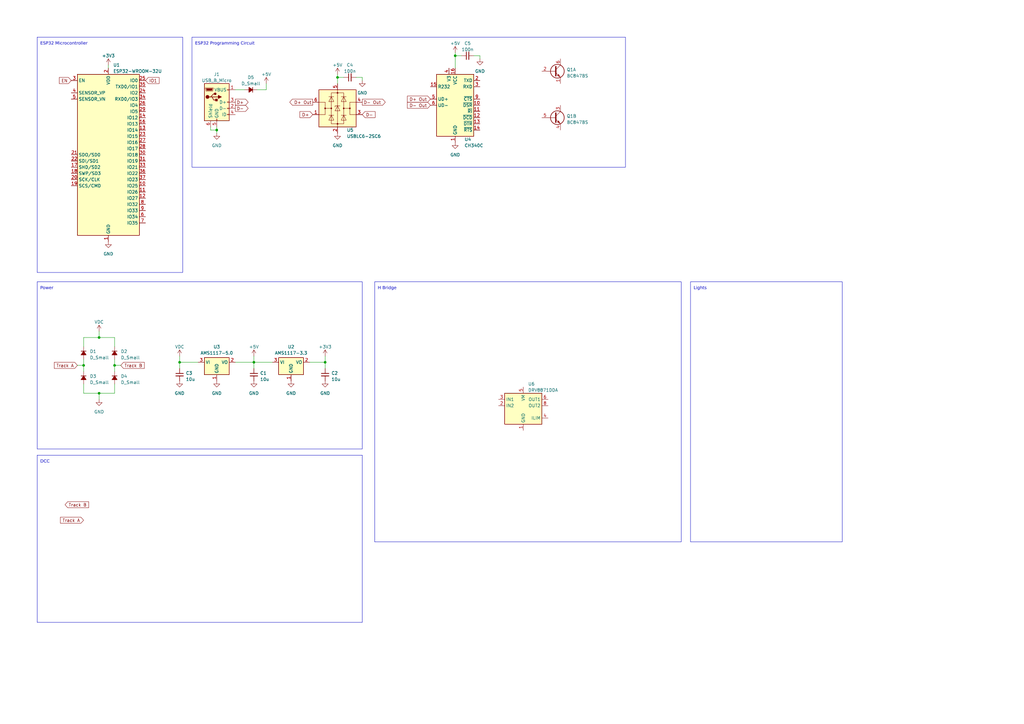
<source format=kicad_sch>
(kicad_sch (version 20230121) (generator eeschema)
  (paper "A3")
  (title_block (title "DCCLink LocoDecoder") (date "2023-02-17") (rev "V1.0") (company "Niko Smith"))
  (lib_symbols
    (symbol "Connector:USB_B_Micro" (pin_names (offset 1.016))
      (property "Reference" "J" (at -5.08 11.43 0))
      (property "Value" "USB_B_Micro" (at -5.08 8.89 0))
      (symbol "USB_B_Micro_0_1"
        (rectangle (start -5.08 -7.62) (end 5.08 7.62) (stroke (width 0.254)) (fill (type background)))
        (circle (center -3.81 2.159) (radius 0.635) (stroke (width 0.254)) (fill (type outline)))
        (circle (center -0.635 3.429) (radius 0.381) (stroke (width 0.254)) (fill (type outline)))
        (rectangle (start -0.127 -7.62) (end 0.127 -6.858))
        (polyline (pts (xy -1.905 2.159) (xy 0.635 2.159)) (stroke (width 0.254)))
        (polyline (pts (xy -3.175 2.159) (xy -2.54 2.159) (xy -1.27 3.429) (xy -0.635 3.429)) (stroke (width 0.254)))
        (polyline (pts (xy -2.54 2.159) (xy -1.905 2.159) (xy -1.27 0.889) (xy 0 0.889)) (stroke (width 0.254)))
        (polyline (pts (xy 0.635 2.794) (xy 0.635 1.524) (xy 1.905 2.159) (xy 0.635 2.794)) (stroke (width 0.254)) (fill (type outline)))
        (polyline (pts (xy -4.318 5.588) (xy -1.778 5.588) (xy -2.032 4.826) (xy -4.064 4.826) (xy -4.318 5.588)) (fill (type outline)))
        (polyline (pts (xy -4.699 5.842) (xy -4.699 5.588) (xy -4.445 4.826) (xy -4.445 4.572) (xy -1.651 4.572) (xy -1.651 4.826) (xy -1.397 5.588) (xy -1.397 5.842) (xy -4.699 5.842)))
        (rectangle (start 0.254 1.27) (end -0.508 0.508) (stroke (width 0.254)) (fill (type outline)))
        (rectangle (start 5.08 -5.207) (end 4.318 -4.953))
        (rectangle (start 5.08 -2.667) (end 4.318 -2.413))
        (rectangle (start 5.08 -0.127) (end 4.318 0.127))
        (rectangle (start 5.08 4.953) (end 4.318 5.207))
      )
      (symbol "USB_B_Micro_1_1"
        (pin power_out line (at 7.62 5.08 180) (length 2.54) (name "VBUS") (number "1"))
        (pin bidirectional line (at 7.62 -2.54 180) (length 2.54) (name "D-") (number "2"))
        (pin bidirectional line (at 7.62 0 180) (length 2.54) (name "D+") (number "3"))
        (pin passive line (at 7.62 -5.08 180) (length 2.54) (name "ID") (number "4"))
        (pin power_out line (at 0 -10.16 90) (length 2.54) (name "GND") (number "5"))
        (pin passive line (at -2.54 -10.16 90) (length 2.54) (name "Shield") (number "6"))
      )
    )
    (symbol "Device:C_Small" (pin_numbers hide) (pin_names (offset 0.254) hide)
      (property "Reference" "C" (at 0.254 1.778 0))
      (property "Value" "C_Small" (at 0.254 -2.032 0))
      (symbol "C_Small_0_1"
        (polyline (pts (xy -1.524 -0.508) (xy 1.524 -0.508)) (stroke (width 0.3302)))
        (polyline (pts (xy -1.524 0.508) (xy 1.524 0.508)) (stroke (width 0.3048)))
      )
      (symbol "C_Small_1_1"
        (pin passive line (at 0 2.54 270) (length 2.032) (name "~") (number "1"))
        (pin passive line (at 0 -2.54 90) (length 2.032) (name "~") (number "2"))
      )
    )
    (symbol "Device:D_Small_Filled" (pin_numbers hide) (pin_names (offset 0.254) hide)
      (property "Reference" "D" (at -1.27 2.032 0))
      (property "Value" "D_Small_Filled" (at -3.81 -2.032 0))
      (symbol "D_Small_Filled_0_1"
        (polyline (pts (xy -0.762 -1.016) (xy -0.762 1.016)) (stroke (width 0.254)))
        (polyline (pts (xy -0.762 0) (xy 0.762 0)))
        (polyline (pts (xy 0.762 -1.016) (xy -0.762 0) (xy 0.762 1.016) (xy 0.762 -1.016)) (stroke (width 0.254)) (fill (type outline)))
      )
      (symbol "D_Small_Filled_1_1"
        (pin passive line (at -2.54 0 0) (length 1.778) (name "K") (number "1"))
        (pin passive line (at 2.54 0 180) (length 1.778) (name "A") (number "2"))
      )
    )
    (symbol "Driver_Motor:DRV8871DDA"
      (property "Reference" "U" (at -6.35 6.35 0))
      (property "Value" "DRV8871DDA" (at 8.89 6.35 0))
      (symbol "DRV8871DDA_0_1"
        (rectangle (start -7.62 5.08) (end 7.62 -7.62) (stroke (width 0.254)) (fill (type background)))
      )
      (symbol "DRV8871DDA_1_1"
        (pin power_in line (at 0 -10.16 90) (length 2.54) (name "GND") (number "1"))
        (pin input line (at -10.16 0 0) (length 2.54) (name "IN2") (number "2"))
        (pin input line (at -10.16 2.54 0) (length 2.54) (name "IN1") (number "3"))
        (pin passive line (at 10.16 -5.08 180) (length 2.54) (name "ILIM") (number "4"))
        (pin power_in line (at 0 7.62 270) (length 2.54) (name "VM") (number "5"))
        (pin output line (at 10.16 2.54 180) (length 2.54) (name "OUT1") (number "6"))
        (pin passive line (at 0 -10.16 90) (length 2.54) hide (name "GND") (number "7"))
        (pin output line (at 10.16 0 180) (length 2.54) (name "OUT2") (number "8"))
        (pin passive line (at 0 -10.16 90) (length 2.54) hide (name "GND") (number "9"))
      )
    )
    (symbol "Interface_USB:CH340C"
      (property "Reference" "U" (at -5.08 13.97 0))
      (property "Value" "CH340C" (at 1.27 13.97 0))
      (symbol "CH340C_0_1"
        (rectangle (start -7.62 12.7) (end 7.62 -12.7) (stroke (width 0.254)) (fill (type background)))
      )
      (symbol "CH340C_1_1"
        (pin power_in line (at 0 -15.24 90) (length 2.54) (name "GND") (number "1"))
        (pin input line (at 10.16 0 180) (length 2.54) (name "~{DSR}") (number "10"))
        (pin input line (at 10.16 -2.54 180) (length 2.54) (name "~{RI}") (number "11"))
        (pin input line (at 10.16 -5.08 180) (length 2.54) (name "~{DCD}") (number "12"))
        (pin output line (at 10.16 -7.62 180) (length 2.54) (name "~{DTR}") (number "13"))
        (pin output line (at 10.16 -10.16 180) (length 2.54) (name "~{RTS}") (number "14"))
        (pin input line (at -10.16 7.62 0) (length 2.54) (name "R232") (number "15"))
        (pin power_in line (at 0 15.24 270) (length 2.54) (name "VCC") (number "16"))
        (pin output line (at 10.16 10.16 180) (length 2.54) (name "TXD") (number "2"))
        (pin input line (at 10.16 7.62 180) (length 2.54) (name "RXD") (number "3"))
        (pin passive line (at -2.54 15.24 270) (length 2.54) (name "V3") (number "4"))
        (pin bidirectional line (at -10.16 2.54 0) (length 2.54) (name "UD+") (number "5"))
        (pin bidirectional line (at -10.16 0 0) (length 2.54) (name "UD-") (number "6"))
        (pin no_connect line (at -7.62 -7.62 0) (length 2.54) hide (name "NC") (number "7"))
        (pin no_connect line (at -7.62 -10.16 0) (length 2.54) hide (name "NC") (number "8"))
        (pin input line (at 10.16 2.54 180) (length 2.54) (name "~{CTS}") (number "9"))
      )
    )
    (symbol "Power_Protection:USBLC6-2SC6" (pin_names hide)
      (property "Reference" "U" (at 2.54 8.89 0))
      (property "Value" "USBLC6-2SC6" (at 2.54 -8.89 0))
      (symbol "USBLC6-2SC6_0_1"
        (rectangle (start -7.62 -7.62) (end 7.62 7.62) (stroke (width 0.254)) (fill (type background)))
        (circle (center -5.08 0) (radius 0.254) (fill (type outline)))
        (circle (center -2.54 0) (radius 0.254) (fill (type outline)))
        (rectangle (start -2.54 6.35) (end 2.54 -6.35))
        (circle (center 0 -6.35) (radius 0.254) (fill (type outline)))
        (polyline (pts (xy -5.08 -2.54) (xy -7.62 -2.54)))
        (polyline (pts (xy -5.08 0) (xy -5.08 -2.54)))
        (polyline (pts (xy -5.08 2.54) (xy -7.62 2.54)))
        (polyline (pts (xy -1.524 -2.794) (xy -3.556 -2.794)))
        (polyline (pts (xy -1.524 4.826) (xy -3.556 4.826)))
        (polyline (pts (xy 0 -7.62) (xy 0 -6.35)))
        (polyline (pts (xy 0 -6.35) (xy 0 1.27)))
        (polyline (pts (xy 0 1.27) (xy 0 6.35)))
        (polyline (pts (xy 0 6.35) (xy 0 7.62)))
        (polyline (pts (xy 1.524 -2.794) (xy 3.556 -2.794)))
        (polyline (pts (xy 1.524 4.826) (xy 3.556 4.826)))
        (polyline (pts (xy 5.08 -2.54) (xy 7.62 -2.54)))
        (polyline (pts (xy 5.08 0) (xy 5.08 -2.54)))
        (polyline (pts (xy 5.08 2.54) (xy 7.62 2.54)))
        (polyline (pts (xy -2.54 0) (xy -5.08 0) (xy -5.08 2.54)))
        (polyline (pts (xy 2.54 0) (xy 5.08 0) (xy 5.08 2.54)))
        (polyline (pts (xy -3.556 -4.826) (xy -1.524 -4.826) (xy -2.54 -2.794) (xy -3.556 -4.826)))
        (polyline (pts (xy -3.556 2.794) (xy -1.524 2.794) (xy -2.54 4.826) (xy -3.556 2.794)))
        (polyline (pts (xy -1.016 -1.016) (xy 1.016 -1.016) (xy 0 1.016) (xy -1.016 -1.016)))
        (polyline (pts (xy 1.016 1.016) (xy 0.762 1.016) (xy -1.016 1.016) (xy -1.016 0.508)))
        (polyline (pts (xy 3.556 -4.826) (xy 1.524 -4.826) (xy 2.54 -2.794) (xy 3.556 -4.826)))
        (polyline (pts (xy 3.556 2.794) (xy 1.524 2.794) (xy 2.54 4.826) (xy 3.556 2.794)))
        (circle (center 0 6.35) (radius 0.254) (fill (type outline)))
        (circle (center 2.54 0) (radius 0.254) (fill (type outline)))
        (circle (center 5.08 0) (radius 0.254) (fill (type outline)))
      )
      (symbol "USBLC6-2SC6_1_1"
        (pin passive line (at -10.16 -2.54 0) (length 2.54) (name "I/O1") (number "1"))
        (pin passive line (at 0 -10.16 90) (length 2.54) (name "GND") (number "2"))
        (pin passive line (at 10.16 -2.54 180) (length 2.54) (name "I/O2") (number "3"))
        (pin passive line (at 10.16 2.54 180) (length 2.54) (name "I/O2") (number "4"))
        (pin passive line (at 0 10.16 270) (length 2.54) (name "VBUS") (number "5"))
        (pin passive line (at -10.16 2.54 0) (length 2.54) (name "I/O1") (number "6"))
      )
    )
    (symbol "RF_Module:ESP32-WROOM-32U"
      (property "Reference" "U" (at -12.7 34.29 0))
      (property "Value" "ESP32-WROOM-32U" (at 1.27 34.29 0))
      (symbol "ESP32-WROOM-32U_0_1"
        (rectangle (start -12.7 33.02) (end 12.7 -33.02) (stroke (width 0.254)) (fill (type background)))
      )
      (symbol "ESP32-WROOM-32U_1_1"
        (pin power_in line (at 0 -35.56 90) (length 2.54) (name "GND") (number "1"))
        (pin bidirectional line (at 15.24 -12.7 180) (length 2.54) (name "IO25") (number "10"))
        (pin bidirectional line (at 15.24 -15.24 180) (length 2.54) (name "IO26") (number "11"))
        (pin bidirectional line (at 15.24 -17.78 180) (length 2.54) (name "IO27") (number "12"))
        (pin bidirectional line (at 15.24 10.16 180) (length 2.54) (name "IO14") (number "13"))
        (pin bidirectional line (at 15.24 15.24 180) (length 2.54) (name "IO12") (number "14"))
        (pin passive line (at 0 -35.56 90) (length 2.54) hide (name "GND") (number "15"))
        (pin bidirectional line (at 15.24 12.7 180) (length 2.54) (name "IO13") (number "16"))
        (pin bidirectional line (at -15.24 -5.08 0) (length 2.54) (name "SHD/SD2") (number "17"))
        (pin bidirectional line (at -15.24 -7.62 0) (length 2.54) (name "SWP/SD3") (number "18"))
        (pin bidirectional line (at -15.24 -12.7 0) (length 2.54) (name "SCS/CMD") (number "19"))
        (pin power_in line (at 0 35.56 270) (length 2.54) (name "VDD") (number "2"))
        (pin bidirectional line (at -15.24 -10.16 0) (length 2.54) (name "SCK/CLK") (number "20"))
        (pin bidirectional line (at -15.24 0 0) (length 2.54) (name "SDO/SD0") (number "21"))
        (pin bidirectional line (at -15.24 -2.54 0) (length 2.54) (name "SDI/SD1") (number "22"))
        (pin bidirectional line (at 15.24 7.62 180) (length 2.54) (name "IO15") (number "23"))
        (pin bidirectional line (at 15.24 25.4 180) (length 2.54) (name "IO2") (number "24"))
        (pin bidirectional line (at 15.24 30.48 180) (length 2.54) (name "IO0") (number "25"))
        (pin bidirectional line (at 15.24 20.32 180) (length 2.54) (name "IO4") (number "26"))
        (pin bidirectional line (at 15.24 5.08 180) (length 2.54) (name "IO16") (number "27"))
        (pin bidirectional line (at 15.24 2.54 180) (length 2.54) (name "IO17") (number "28"))
        (pin bidirectional line (at 15.24 17.78 180) (length 2.54) (name "IO5") (number "29"))
        (pin input line (at -15.24 30.48 0) (length 2.54) (name "EN") (number "3"))
        (pin bidirectional line (at 15.24 0 180) (length 2.54) (name "IO18") (number "30"))
        (pin bidirectional line (at 15.24 -2.54 180) (length 2.54) (name "IO19") (number "31"))
        (pin no_connect line (at -12.7 -27.94 0) (length 2.54) hide (name "NC") (number "32"))
        (pin bidirectional line (at 15.24 -5.08 180) (length 2.54) (name "IO21") (number "33"))
        (pin bidirectional line (at 15.24 22.86 180) (length 2.54) (name "RXD0/IO3") (number "34"))
        (pin bidirectional line (at 15.24 27.94 180) (length 2.54) (name "TXD0/IO1") (number "35"))
        (pin bidirectional line (at 15.24 -7.62 180) (length 2.54) (name "IO22") (number "36"))
        (pin bidirectional line (at 15.24 -10.16 180) (length 2.54) (name "IO23") (number "37"))
        (pin passive line (at 0 -35.56 90) (length 2.54) hide (name "GND") (number "38"))
        (pin passive line (at 0 -35.56 90) (length 2.54) hide (name "GND") (number "39"))
        (pin input line (at -15.24 25.4 0) (length 2.54) (name "SENSOR_VP") (number "4"))
        (pin input line (at -15.24 22.86 0) (length 2.54) (name "SENSOR_VN") (number "5"))
        (pin input line (at 15.24 -25.4 180) (length 2.54) (name "IO34") (number "6"))
        (pin input line (at 15.24 -27.94 180) (length 2.54) (name "IO35") (number "7"))
        (pin bidirectional line (at 15.24 -20.32 180) (length 2.54) (name "IO32") (number "8"))
        (pin bidirectional line (at 15.24 -22.86 180) (length 2.54) (name "IO33") (number "9"))
      )
    )
    (symbol "Regulator_Linear:AMS1117-3.3"
      (property "Reference" "U" (at -3.81 3.175 0))
      (property "Value" "AMS1117-3.3" (at 0 3.175 0))
      (symbol "AMS1117-3.3_0_1"
        (rectangle (start -5.08 -5.08) (end 5.08 1.905) (stroke (width 0.254)) (fill (type background)))
      )
      (symbol "AMS1117-3.3_1_1"
        (pin power_in line (at 0 -7.62 90) (length 2.54) (name "GND") (number "1"))
        (pin power_out line (at 7.62 0 180) (length 2.54) (name "VO") (number "2"))
        (pin power_in line (at -7.62 0 0) (length 2.54) (name "VI") (number "3"))
      )
    )
    (symbol "Regulator_Linear:AMS1117-5.0"
      (property "Reference" "U" (at -3.81 3.175 0))
      (property "Value" "AMS1117-5.0" (at 0 3.175 0))
      (symbol "AMS1117-5.0_0_1"
        (rectangle (start -5.08 -5.08) (end 5.08 1.905) (stroke (width 0.254)) (fill (type background)))
      )
      (symbol "AMS1117-5.0_1_1"
        (pin power_in line (at 0 -7.62 90) (length 2.54) (name "GND") (number "1"))
        (pin power_out line (at 7.62 0 180) (length 2.54) (name "VO") (number "2"))
        (pin power_in line (at -7.62 0 0) (length 2.54) (name "VI") (number "3"))
      )
    )
    (symbol "Transistor_BJT:BC847BS" (pin_names (offset 0) hide)
      (property "Reference" "Q" (at 5.08 1.27 0))
      (property "Value" "BC847BS" (at 5.08 -1.27 0))
      (symbol "BC847BS_0_1"
        (polyline (pts (xy 0.635 0) (xy -2.54 0)))
        (polyline (pts (xy 0.635 0.635) (xy 2.54 2.54)))
        (polyline (pts (xy 0.635 -0.635) (xy 2.54 -2.54) (xy 2.54 -2.54)))
        (polyline (pts (xy 0.635 1.905) (xy 0.635 -1.905) (xy 0.635 -1.905)) (stroke (width 0.508)))
        (polyline (pts (xy 1.27 -1.778) (xy 1.778 -1.27) (xy 2.286 -2.286) (xy 1.27 -1.778) (xy 1.27 -1.778)) (fill (type outline)))
        (circle (center 1.27 0) (radius 2.8194) (stroke (width 0.254)))
      )
      (symbol "BC847BS_1_1"
        (pin passive line (at 2.54 -5.08 90) (length 2.54) (name "E1") (number "1"))
        (pin input line (at -5.08 0 0) (length 2.54) (name "B1") (number "2"))
        (pin passive line (at 2.54 5.08 270) (length 2.54) (name "C1") (number "6"))
      )
      (symbol "BC847BS_2_1"
        (pin passive line (at 2.54 5.08 270) (length 2.54) (name "C2") (number "3"))
        (pin passive line (at 2.54 -5.08 90) (length 2.54) (name "E2") (number "4"))
        (pin input line (at -5.08 0 0) (length 2.54) (name "B2") (number "5"))
      )
    )
    (symbol "power:+3V3" (power) (pin_names (offset 0))
      (property "Value" "+3V3" (at 0 3.556 0))
      (symbol "+3V3_0_1"
        (polyline (pts (xy -0.762 1.27) (xy 0 2.54)))
        (polyline (pts (xy 0 0) (xy 0 2.54)))
        (polyline (pts (xy 0 2.54) (xy 0.762 1.27)))
      )
      (symbol "+3V3_1_1"
        (pin power_in line (at 0 0 90) (length 0) hide (name "+3V3") (number "1"))
      )
    )
    (symbol "power:+5V" (power) (pin_names (offset 0))
      (property "Value" "+5V" (at 0 3.556 0))
      (symbol "+5V_0_1"
        (polyline (pts (xy -0.762 1.27) (xy 0 2.54)))
        (polyline (pts (xy 0 0) (xy 0 2.54)))
        (polyline (pts (xy 0 2.54) (xy 0.762 1.27)))
      )
      (symbol "+5V_1_1"
        (pin power_in line (at 0 0 90) (length 0) hide (name "+5V") (number "1"))
      )
    )
    (symbol "power:GND" (power) (pin_names (offset 0))
      (property "Value" "GND" (at 0 -3.81 0))
      (symbol "GND_0_1"
        (polyline (pts (xy 0 0) (xy 0 -1.27) (xy 1.27 -1.27) (xy 0 -2.54) (xy -1.27 -1.27) (xy 0 -1.27)))
      )
      (symbol "GND_1_1"
        (pin power_in line (at 0 0 270) (length 0) hide (name "GND") (number "1"))
      )
    )
    (symbol "power:VDC" (power) (pin_names (offset 0))
      (property "Value" "VDC" (at 0 6.35 0))
      (symbol "VDC_0_1"
        (polyline (pts (xy -0.762 1.27) (xy 0 2.54)))
        (polyline (pts (xy 0 0) (xy 0 2.54)))
        (polyline (pts (xy 0 2.54) (xy 0.762 1.27)))
      )
      (symbol "VDC_1_1"
        (pin power_in line (at 0 0 90) (length 0) hide (name "VDC") (number "1"))
      )
    )
  )
  (junction (at 186.69 22.86))
  (junction (at 40.64 161.29))
  (junction (at 133.35 148.59))
  (junction (at 138.43 31.75))
  (junction (at 73.66 148.59))
  (junction (at 88.9 53.34))
  (junction (at 104.14 148.59))
  (junction (at 40.64 138.43))
  (junction (at 46.99 149.86))
  (junction (at 34.29 149.86))
  (wire (pts (xy 34.29 147.32) (xy 34.29 149.86)))
  (wire (pts (xy 40.64 135.89) (xy 40.64 138.43)))
  (wire (pts (xy 40.64 161.29) (xy 40.64 163.83)))
  (wire (pts (xy 31.75 149.86) (xy 34.29 149.86)))
  (wire (pts (xy 148.59 31.75) (xy 146.05 31.75)))
  (wire (pts (xy 133.35 146.05) (xy 133.35 148.59)))
  (wire (pts (xy 34.29 142.24) (xy 34.29 138.43)))
  (wire (pts (xy 73.66 148.59) (xy 81.28 148.59)))
  (wire (pts (xy 40.64 161.29) (xy 46.99 161.29)))
  (wire (pts (xy 88.9 53.34) (xy 88.9 54.61)))
  (wire (pts (xy 133.35 148.59) (xy 127 148.59)))
  (wire (pts (xy 46.99 147.32) (xy 46.99 149.86)))
  (wire (pts (xy 96.52 36.83) (xy 100.33 36.83)))
  (wire (pts (xy 44.45 26.67) (xy 44.45 27.94)))
  (wire (pts (xy 104.14 146.05) (xy 104.14 148.59)))
  (wire (pts (xy 104.14 148.59) (xy 104.14 151.13)))
  (wire (pts (xy 34.29 161.29) (xy 40.64 161.29)))
  (wire (pts (xy 196.85 22.86) (xy 194.31 22.86)))
  (wire (pts (xy 104.14 148.59) (xy 111.76 148.59)))
  (wire (pts (xy 34.29 149.86) (xy 34.29 152.4)))
  (wire (pts (xy 46.99 138.43) (xy 46.99 142.24)))
  (wire (pts (xy 86.36 53.34) (xy 88.9 53.34)))
  (wire (pts (xy 133.35 151.13) (xy 133.35 148.59)))
  (wire (pts (xy 86.36 52.07) (xy 86.36 53.34)))
  (wire (pts (xy 96.52 148.59) (xy 104.14 148.59)))
  (wire (pts (xy 73.66 151.13) (xy 73.66 148.59)))
  (wire (pts (xy 46.99 149.86) (xy 46.99 152.4)))
  (wire (pts (xy 46.99 149.86) (xy 49.53 149.86)))
  (wire (pts (xy 138.43 31.75) (xy 138.43 30.48)))
  (wire (pts (xy 186.69 22.86) (xy 186.69 21.59)))
  (wire (pts (xy 186.69 22.86) (xy 186.69 27.94)))
  (wire (pts (xy 189.23 22.86) (xy 186.69 22.86)))
  (wire (pts (xy 34.29 138.43) (xy 40.64 138.43)))
  (wire (pts (xy 196.85 24.13) (xy 196.85 22.86)))
  (wire (pts (xy 109.22 36.83) (xy 105.41 36.83)))
  (wire (pts (xy 73.66 146.05) (xy 73.66 148.59)))
  (wire (pts (xy 34.29 157.48) (xy 34.29 161.29)))
  (wire (pts (xy 109.22 34.29) (xy 109.22 36.83)))
  (wire (pts (xy 40.64 138.43) (xy 46.99 138.43)))
  (wire (pts (xy 140.97 31.75) (xy 138.43 31.75)))
  (wire (pts (xy 88.9 52.07) (xy 88.9 53.34)))
  (wire (pts (xy 148.59 33.02) (xy 148.59 31.75)))
  (wire (pts (xy 138.43 31.75) (xy 138.43 34.29)))
  (wire (pts (xy 46.99 161.29) (xy 46.99 157.48)))
  (rectangle (start 283.21 115.57) (end 345.44 222.25))
  (rectangle (start 15.24 115.57) (end 148.59 184.15))
  (rectangle (start 153.67 115.57) (end 279.4 222.25))
  (rectangle (start 15.24 15.24) (end 74.93 111.76))
  (rectangle (start 78.74 15.24) (end 256.54 68.58))
  (rectangle (start 15.24 186.69) (end 148.59 255.27))
  (text "ESP32 Programming Circuit" (at 80.01 19.05 0) (effects (font (size 1.27 1.27)) (justify left bottom)))
  (text "H Bridge" (at 154.94 119.38 0) (effects (font (size 1.27 1.27)) (justify left bottom)))
  (text "Lights" (at 284.48 119.38 0) (effects (font (size 1.27 1.27)) (justify left bottom)))
  (text "DCC" (at 16.51 190.5 0) (effects (font (size 1.27 1.27)) (justify left bottom)))
  (text "ESP32 Microcontroller" (at 16.51 19.05 0) (effects (font (size 1.27 1.27)) (justify left bottom)))
  (text "Power" (at 16.51 119.38 0) (effects (font (size 1.27 1.27)) (justify left bottom)))
  (global_label "D+ Out" (shape input) (at 176.53 40.64 180) (property "Intersheetrefs" "${INTERSHEET_REFS}" (effects hide)))
  (global_label "D- Out" (shape input) (at 176.53 43.18 180) (property "Intersheetrefs" "${INTERSHEET_REFS}" (effects hide)))
  (global_label "D- Out" (shape output) (at 148.59 41.91 0) (property "Intersheetrefs" "${INTERSHEET_REFS}" (effects hide)))
  (global_label "D-" (shape input) (at 148.59 46.99 0) (property "Intersheetrefs" "${INTERSHEET_REFS}" (effects hide)))
  (global_label "Track B" (shape input) (at 49.53 149.86 0) (property "Intersheetrefs" "${INTERSHEET_REFS}" (effects hide)))
  (global_label "IO1" (shape input) (at 59.69 33.02 0) (property "Intersheetrefs" "${INTERSHEET_REFS}" (effects hide)))
  (global_label "D-" (shape output) (at 96.52 44.45 0) (property "Intersheetrefs" "${INTERSHEET_REFS}" (effects hide)))
  (global_label "Track A" (shape input) (at 31.75 149.86 180) (property "Intersheetrefs" "${INTERSHEET_REFS}" (effects hide)))
  (global_label "Track B" (shape input) (at 26.67 207.01 0) (property "Intersheetrefs" "${INTERSHEET_REFS}" (effects hide)))
  (global_label "EN" (shape input) (at 29.21 33.02 180) (property "Intersheetrefs" "${INTERSHEET_REFS}" (effects hide)))
  (global_label "D+" (shape input) (at 128.27 46.99 180) (property "Intersheetrefs" "${INTERSHEET_REFS}" (effects hide)))
  (global_label "D+" (shape output) (at 96.52 41.91 0) (property "Intersheetrefs" "${INTERSHEET_REFS}" (effects hide)))
  (global_label "Track A" (shape input) (at 34.29 213.36 180) (property "Intersheetrefs" "${INTERSHEET_REFS}" (effects hide)))
  (global_label "D+ Out" (shape output) (at 128.27 41.91 180) (property "Intersheetrefs" "${INTERSHEET_REFS}" (effects hide)))
  (symbol (lib_id "power:GND") (at 88.9 156.21 0) (unit 1)
    (property "Reference" "#PWR08" (effects hide))
    (property "Value" "GND" (at 88.9 161.29 0))
  )
  (symbol (lib_id "Device:D_Small_Filled") (at 102.87 36.83 180) (unit 1)
    (property "Reference" "D5" (at 102.87 31.75 0))
    (property "Value" "D_Small" (at 102.87 34.29 0))
    (property "Sim.Device" "D" (effects hide))
    (property "Sim.Pins" "1=K 2=A" (effects hide))
  )
  (symbol (lib_id "power:+5V") (at 104.14 146.05 0) (unit 1)
    (property "Reference" "#PWR05" (effects hide))
    (property "Value" "+5V" (at 104.14 142.24 0))
  )
  (symbol (lib_id "Transistor_BJT:BC847BS") (at 227.33 48.26 0) (unit 2)
    (property "Reference" "Q1" (at 232.41 47.625 0) (effects (justify left)))
    (property "Value" "BC847BS" (at 232.41 50.165 0) (effects (justify left)))
    (property "Footprint" "Package_TO_SOT_SMD:SOT-363_SC-70-6" (effects hide))
    (property "Datasheet" "https://assets.nexperia.com/documents/data-sheet/BC847BS.pdf" (effects hide))
  )
  (symbol (lib_id "Device:D_Small_Filled") (at 46.99 144.78 270) (unit 1)
    (property "Reference" "D2" (at 49.53 144.145 90) (effects (justify left)))
    (property "Value" "D_Small" (at 49.53 146.685 90) (effects (justify left)))
    (property "Sim.Device" "D" (effects hide))
    (property "Sim.Pins" "1=K 2=A" (effects hide))
  )
  (symbol (lib_id "Device:D_Small_Filled") (at 34.29 144.78 270) (unit 1)
    (property "Reference" "D1" (at 36.83 144.145 90) (effects (justify left)))
    (property "Value" "D_Small" (at 36.83 146.685 90) (effects (justify left)))
    (property "Sim.Device" "D" (effects hide))
    (property "Sim.Pins" "1=K 2=A" (effects hide))
  )
  (symbol (lib_id "Device:D_Small_Filled") (at 34.29 154.94 270) (unit 1)
    (property "Reference" "D3" (at 36.83 154.305 90) (effects (justify left)))
    (property "Value" "D_Small" (at 36.83 156.845 90) (effects (justify left)))
    (property "Sim.Device" "D" (effects hide))
    (property "Sim.Pins" "1=K 2=A" (effects hide))
  )
  (symbol (lib_id "power:GND") (at 138.43 54.61 0) (unit 1)
    (property "Reference" "#PWR017" (effects hide))
    (property "Value" "GND" (at 138.43 59.69 0))
  )
  (symbol (lib_id "Regulator_Linear:AMS1117-5.0") (at 88.9 148.59 0) (unit 1)
    (property "Reference" "U3" (at 88.9 142.24 0))
    (property "Value" "AMS1117-5.0" (at 88.9 144.78 0))
    (property "Footprint" "Package_TO_SOT_SMD:SOT-223-3_TabPin2" (effects hide))
    (property "Datasheet" "http://www.advanced-monolithic.com/pdf/ds1117.pdf" (effects hide))
  )
  (symbol (lib_id "power:+5V") (at 138.43 30.48 0) (unit 1)
    (property "Reference" "#PWR016" (effects hide))
    (property "Value" "+5V" (at 138.43 26.67 0))
  )
  (symbol (lib_id "Device:C_Small") (at 73.66 153.67 0) (unit 1)
    (property "Reference" "C3" (at 76.2 153.0413 0) (effects (justify left)))
    (property "Value" "10u" (at 76.2 155.5813 0) (effects (justify left)))
  )
  (symbol (lib_id "power:GND") (at 40.64 163.83 0) (unit 1)
    (property "Reference" "#PWR03" (effects hide))
    (property "Value" "GND" (at 40.64 168.91 0))
  )
  (symbol (lib_id "power:+5V") (at 186.69 21.59 0) (unit 1)
    (property "Reference" "#PWR018" (effects hide))
    (property "Value" "+5V" (at 186.69 17.78 0))
  )
  (symbol (lib_id "power:VDC") (at 40.64 135.89 0) (unit 1)
    (property "Reference" "#PWR012" (effects hide))
    (property "Value" "VDC" (at 40.64 132.08 0))
  )
  (symbol (lib_id "Connector:USB_B_Micro") (at 88.9 41.91 0) (unit 1)
    (property "Reference" "J1" (at 88.9 30.48 0))
    (property "Value" "USB_B_Micro" (at 88.9 33.02 0))
  )
  (symbol (lib_id "power:+3V3") (at 44.45 26.67 0) (unit 1)
    (property "Reference" "#PWR02" (effects hide))
    (property "Value" "+3V3" (at 44.45 22.86 0))
  )
  (symbol (lib_id "power:GND") (at 133.35 156.21 0) (unit 1)
    (property "Reference" "#PWR011" (effects hide))
    (property "Value" "GND" (at 133.35 161.29 0))
  )
  (symbol (lib_id "power:VDC") (at 73.66 146.05 0) (unit 1)
    (property "Reference" "#PWR013" (effects hide))
    (property "Value" "VDC" (at 73.66 142.24 0))
  )
  (symbol (lib_id "power:GND") (at 73.66 156.21 0) (unit 1)
    (property "Reference" "#PWR07" (effects hide))
    (property "Value" "GND" (at 73.66 161.29 0))
  )
  (symbol (lib_id "power:GND") (at 148.59 33.02 0) (unit 1)
    (property "Reference" "#PWR019" (effects hide))
    (property "Value" "GND" (at 148.59 38.1 0))
  )
  (symbol (lib_id "power:+3V3") (at 133.35 146.05 0) (unit 1)
    (property "Reference" "#PWR06" (effects hide))
    (property "Value" "+3V3" (at 133.35 142.24 0))
  )
  (symbol (lib_id "power:GND") (at 44.45 99.06 0) (unit 1)
    (property "Reference" "#PWR01" (effects hide))
    (property "Value" "GND" (at 44.45 104.14 0))
  )
  (symbol (lib_id "Device:C_Small") (at 191.77 22.86 90) (unit 1)
    (property "Reference" "C5" (at 191.7763 17.78 90))
    (property "Value" "100n" (at 191.7763 20.32 90))
  )
  (symbol (lib_id "Power_Protection:USBLC6-2SC6") (at 138.43 44.45 0) (unit 1)
    (property "Reference" "U5" (at 142.24 53.34 0) (effects (justify left)))
    (property "Value" "USBLC6-2SC6" (at 142.24 55.88 0) (effects (justify left)))
    (property "Footprint" "Package_TO_SOT_SMD:SOT-23-6" (effects hide))
    (property "Datasheet" "https://www.st.com/resource/en/datasheet/usblc6-2.pdf" (effects hide))
  )
  (symbol (lib_id "Device:C_Small") (at 143.51 31.75 90) (unit 1)
    (property "Reference" "C4" (at 143.5163 26.67 90))
    (property "Value" "100n" (at 143.5163 29.21 90))
  )
  (symbol (lib_id "Transistor_BJT:BC847BS") (at 227.33 29.21 0) (unit 1)
    (property "Reference" "Q1" (at 232.41 28.575 0) (effects (justify left)))
    (property "Value" "BC847BS" (at 232.41 31.115 0) (effects (justify left)))
    (property "Footprint" "Package_TO_SOT_SMD:SOT-363_SC-70-6" (effects hide))
    (property "Datasheet" "https://assets.nexperia.com/documents/data-sheet/BC847BS.pdf" (effects hide))
  )
  (symbol (lib_id "power:GND") (at 186.69 58.42 0) (unit 1)
    (property "Reference" "#PWR015" (effects hide))
    (property "Value" "GND" (at 186.69 63.5 0))
  )
  (symbol (lib_id "power:GND") (at 196.85 24.13 0) (unit 1)
    (property "Reference" "#PWR020" (effects hide))
    (property "Value" "GND" (at 196.85 29.21 0))
  )
  (symbol (lib_id "Device:C_Small") (at 104.14 153.67 0) (unit 1)
    (property "Reference" "C1" (at 106.68 153.0413 0) (effects (justify left)))
    (property "Value" "10u" (at 106.68 155.5813 0) (effects (justify left)))
  )
  (symbol (lib_id "Device:D_Small_Filled") (at 46.99 154.94 270) (unit 1)
    (property "Reference" "D4" (at 49.53 154.305 90) (effects (justify left)))
    (property "Value" "D_Small" (at 49.53 156.845 90) (effects (justify left)))
    (property "Sim.Device" "D" (effects hide))
    (property "Sim.Pins" "1=K 2=A" (effects hide))
  )
  (symbol (lib_id "power:GND") (at 104.14 156.21 0) (unit 1)
    (property "Reference" "#PWR09" (effects hide))
    (property "Value" "GND" (at 104.14 161.29 0))
  )
  (symbol (lib_id "RF_Module:ESP32-WROOM-32U") (at 44.45 63.5 0) (unit 1)
    (property "Reference" "U1" (at 46.4059 26.67 0) (effects (justify left)))
    (property "Value" "ESP32-WROOM-32U" (at 46.4059 29.21 0) (effects (justify left)))
    (property "Footprint" "RF_Module:ESP32-WROOM-32U" (effects hide))
    (property "Datasheet" "https://www.espressif.com/sites/default/files/documentation/esp32-wroom-32d_esp32-wroom-32u_datasheet_en.pdf" (effects hide))
  )
  (symbol (lib_id "Device:C_Small") (at 133.35 153.67 0) (unit 1)
    (property "Reference" "C2" (at 135.89 153.0413 0) (effects (justify left)))
    (property "Value" "10u" (at 135.89 155.5813 0) (effects (justify left)))
  )
  (symbol (lib_id "power:GND") (at 119.38 156.21 0) (unit 1)
    (property "Reference" "#PWR010" (effects hide))
    (property "Value" "GND" (at 119.38 161.29 0))
  )
  (symbol (lib_id "Driver_Motor:DRV8871DDA") (at 214.63 166.37 0) (unit 1)
    (property "Reference" "U6" (at 216.5859 157.48 0) (effects (justify left)))
    (property "Value" "DRV8871DDA" (at 216.5859 160.02 0) (effects (justify left)))
    (property "Footprint" "Package_SO:Texas_HTSOP-8-1EP_3.9x4.9mm_P1.27mm_EP2.95x4.9mm_Mask2.4x3.1mm_ThermalVias" (effects hide))
    (property "Datasheet" "http://www.ti.com/lit/ds/symlink/drv8871.pdf" (effects hide))
  )
  (symbol (lib_id "Regulator_Linear:AMS1117-3.3") (at 119.38 148.59 0) (unit 1)
    (property "Reference" "U2" (at 119.38 142.24 0))
    (property "Value" "AMS1117-3.3" (at 119.38 144.78 0))
    (property "Footprint" "Package_TO_SOT_SMD:SOT-223-3_TabPin2" (effects hide))
    (property "Datasheet" "http://www.advanced-monolithic.com/pdf/ds1117.pdf" (effects hide))
  )
  (symbol (lib_id "power:+5V") (at 109.22 34.29 0) (unit 1)
    (property "Reference" "#PWR04" (effects hide))
    (property "Value" "+5V" (at 109.22 30.48 0))
  )
  (symbol (lib_id "power:GND") (at 88.9 54.61 0) (unit 1)
    (property "Reference" "#PWR014" (effects hide))
    (property "Value" "GND" (at 88.9 59.69 0))
  )
  (symbol (lib_id "Interface_USB:CH340C") (at 186.69 43.18 0) (unit 1)
    (property "Reference" "U4" (at 190.5 57.15 0) (effects (justify left)))
    (property "Value" "CH340C" (at 190.5 59.69 0) (effects (justify left)))
    (property "Footprint" "Package_SO:SOIC-16_3.9x9.9mm_P1.27mm" (effects hide))
    (property "Datasheet" "https://datasheet.lcsc.com/szlcsc/Jiangsu-Qin-Heng-CH340C_C84681.pdf" (effects hide))
  )
)
</source>
